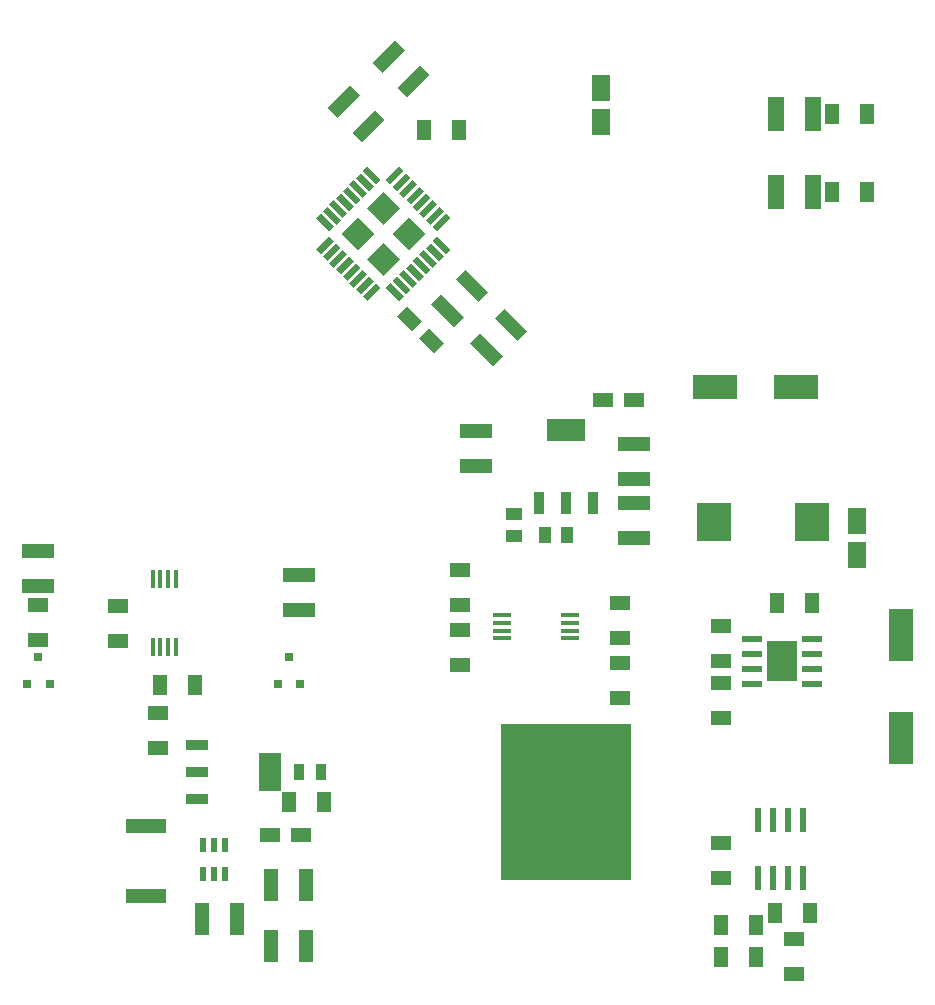
<source format=gtp>
G04 EAGLE Gerber RS-274X export*
G75*
%MOMM*%
%FSLAX34Y34*%
%LPD*%
%INSolderpaste Top*%
%IPPOS*%
%AMOC8*
5,1,8,0,0,1.08239X$1,22.5*%
G01*
G04 Define Apertures*
%ADD10R,2.115300X4.415700*%
%ADD11R,1.795500X1.188700*%
%ADD12R,2.715300X1.164600*%
%ADD13R,3.763600X2.115300*%
%ADD14R,1.164600X1.815300*%
%ADD15R,1.503600X2.237600*%
%ADD16R,3.000000X3.200000*%
%ADD17R,1.815300X1.164600*%
%ADD18R,1.031200X1.420200*%
%ADD19R,1.420200X1.031200*%
%ADD20R,1.800000X0.601500*%
%ADD21R,2.620000X3.400000*%
%ADD22R,0.934500X1.826500*%
%ADD23R,3.191500X1.826500*%
%ADD24R,1.164600X2.715300*%
%ADD25R,1.400000X3.000000*%
%ADD26R,1.600800X0.550000*%
%ADD27R,2.000000X2.000000*%
%ADD28R,1.826500X0.934500*%
%ADD29R,1.826500X3.191500*%
%ADD30R,0.595000X1.260500*%
%ADD31R,3.370200X1.231200*%
%ADD32R,0.410300X1.573100*%
%ADD33R,0.650000X0.800000*%
%ADD34R,11.000000X13.250000*%
%ADD35R,1.573100X0.410300*%
%ADD36R,0.916600X1.366600*%
%ADD37R,0.601500X2.100000*%
D10*
X803910Y399127D03*
X803910Y312073D03*
D11*
X552051Y598170D03*
X578249Y598170D03*
D12*
X444500Y572284D03*
X444500Y542776D03*
X577850Y531346D03*
X577850Y560854D03*
X577850Y511324D03*
X577850Y481816D03*
D13*
X646461Y609600D03*
X714979Y609600D03*
D14*
X698986Y426720D03*
X728494Y426720D03*
D15*
X767080Y495800D03*
X767080Y466860D03*
D16*
X728430Y495300D03*
X645710Y495300D03*
D17*
X651510Y377676D03*
X651510Y407184D03*
X651510Y329416D03*
X651510Y358924D03*
D18*
X502615Y483870D03*
X521005Y483870D03*
D19*
X476250Y501955D03*
X476250Y483565D03*
D20*
X678080Y396240D03*
X678080Y383540D03*
X678080Y370840D03*
X678080Y358140D03*
X729080Y358140D03*
X729080Y370840D03*
X729080Y383540D03*
X729080Y396240D03*
D21*
X703580Y377190D03*
D22*
X497700Y511367D03*
X520700Y511367D03*
X543700Y511367D03*
D23*
X520700Y573213D03*
D17*
X713740Y112246D03*
X713740Y141754D03*
D24*
G36*
X433814Y668615D02*
X425579Y660380D01*
X406380Y679579D01*
X414615Y687814D01*
X433814Y668615D01*
G37*
G36*
X454680Y689481D02*
X446445Y681246D01*
X427246Y700445D01*
X435481Y708680D01*
X454680Y689481D01*
G37*
G36*
X466834Y635595D02*
X458599Y627360D01*
X439400Y646559D01*
X447635Y654794D01*
X466834Y635595D01*
G37*
G36*
X487700Y656461D02*
X479465Y648226D01*
X460266Y667425D01*
X468501Y675660D01*
X487700Y656461D01*
G37*
G36*
X396915Y882124D02*
X405150Y873889D01*
X385951Y854690D01*
X377716Y862925D01*
X396915Y882124D01*
G37*
G36*
X376049Y902990D02*
X384284Y894755D01*
X365085Y875556D01*
X356850Y883791D01*
X376049Y902990D01*
G37*
G36*
X358815Y844024D02*
X367050Y835789D01*
X347851Y816590D01*
X339616Y824825D01*
X358815Y844024D01*
G37*
G36*
X337949Y864890D02*
X346184Y856655D01*
X326985Y837456D01*
X318750Y845691D01*
X337949Y864890D01*
G37*
D11*
G36*
X390393Y656572D02*
X377698Y669267D01*
X386103Y677672D01*
X398798Y664977D01*
X390393Y656572D01*
G37*
G36*
X408917Y638048D02*
X396222Y650743D01*
X404627Y659148D01*
X417322Y646453D01*
X408917Y638048D01*
G37*
D15*
X549910Y833890D03*
X549910Y862830D03*
D25*
X698292Y840740D03*
X729188Y840740D03*
D14*
X745976Y840740D03*
X775484Y840740D03*
D25*
X698292Y774700D03*
X729188Y774700D03*
D14*
X745976Y774700D03*
X775484Y774700D03*
D26*
G36*
X359708Y780901D02*
X348389Y792220D01*
X352278Y796109D01*
X363597Y784790D01*
X359708Y780901D01*
G37*
G36*
X354051Y775244D02*
X342732Y786563D01*
X346621Y790452D01*
X357940Y779133D01*
X354051Y775244D01*
G37*
G36*
X348394Y769588D02*
X337075Y780907D01*
X340964Y784796D01*
X352283Y773477D01*
X348394Y769588D01*
G37*
G36*
X342737Y763931D02*
X331418Y775250D01*
X335307Y779139D01*
X346626Y767820D01*
X342737Y763931D01*
G37*
G36*
X337080Y758274D02*
X325761Y769593D01*
X329650Y773482D01*
X340969Y762163D01*
X337080Y758274D01*
G37*
G36*
X331423Y752617D02*
X320104Y763936D01*
X323993Y767825D01*
X335312Y756506D01*
X331423Y752617D01*
G37*
G36*
X325767Y746960D02*
X314448Y758279D01*
X318337Y762168D01*
X329656Y750849D01*
X325767Y746960D01*
G37*
G36*
X320110Y741303D02*
X308791Y752622D01*
X312680Y756511D01*
X323999Y745192D01*
X320110Y741303D01*
G37*
G36*
X323999Y733088D02*
X312680Y721769D01*
X308791Y725658D01*
X320110Y736977D01*
X323999Y733088D01*
G37*
G36*
X329656Y727431D02*
X318337Y716112D01*
X314448Y720001D01*
X325767Y731320D01*
X329656Y727431D01*
G37*
G36*
X335312Y721774D02*
X323993Y710455D01*
X320104Y714344D01*
X331423Y725663D01*
X335312Y721774D01*
G37*
G36*
X340969Y716117D02*
X329650Y704798D01*
X325761Y708687D01*
X337080Y720006D01*
X340969Y716117D01*
G37*
G36*
X346626Y710460D02*
X335307Y699141D01*
X331418Y703030D01*
X342737Y714349D01*
X346626Y710460D01*
G37*
G36*
X352283Y704803D02*
X340964Y693484D01*
X337075Y697373D01*
X348394Y708692D01*
X352283Y704803D01*
G37*
G36*
X357940Y699147D02*
X346621Y687828D01*
X342732Y691717D01*
X354051Y703036D01*
X357940Y699147D01*
G37*
G36*
X363597Y693490D02*
X352278Y682171D01*
X348389Y686060D01*
X359708Y697379D01*
X363597Y693490D01*
G37*
G36*
X379242Y682171D02*
X367923Y693490D01*
X371812Y697379D01*
X383131Y686060D01*
X379242Y682171D01*
G37*
G36*
X384899Y687828D02*
X373580Y699147D01*
X377469Y703036D01*
X388788Y691717D01*
X384899Y687828D01*
G37*
G36*
X390556Y693484D02*
X379237Y704803D01*
X383126Y708692D01*
X394445Y697373D01*
X390556Y693484D01*
G37*
G36*
X396213Y699141D02*
X384894Y710460D01*
X388783Y714349D01*
X400102Y703030D01*
X396213Y699141D01*
G37*
G36*
X401870Y704798D02*
X390551Y716117D01*
X394440Y720006D01*
X405759Y708687D01*
X401870Y704798D01*
G37*
G36*
X407527Y710455D02*
X396208Y721774D01*
X400097Y725663D01*
X411416Y714344D01*
X407527Y710455D01*
G37*
G36*
X413183Y716112D02*
X401864Y727431D01*
X405753Y731320D01*
X417072Y720001D01*
X413183Y716112D01*
G37*
G36*
X418840Y721769D02*
X407521Y733088D01*
X411410Y736977D01*
X422729Y725658D01*
X418840Y721769D01*
G37*
G36*
X422729Y752622D02*
X411410Y741303D01*
X407521Y745192D01*
X418840Y756511D01*
X422729Y752622D01*
G37*
G36*
X417072Y758279D02*
X405753Y746960D01*
X401864Y750849D01*
X413183Y762168D01*
X417072Y758279D01*
G37*
G36*
X411416Y763936D02*
X400097Y752617D01*
X396208Y756506D01*
X407527Y767825D01*
X411416Y763936D01*
G37*
G36*
X405759Y769593D02*
X394440Y758274D01*
X390551Y762163D01*
X401870Y773482D01*
X405759Y769593D01*
G37*
G36*
X400102Y775250D02*
X388783Y763931D01*
X384894Y767820D01*
X396213Y779139D01*
X400102Y775250D01*
G37*
G36*
X394445Y780907D02*
X383126Y769588D01*
X379237Y773477D01*
X390556Y784796D01*
X394445Y780907D01*
G37*
G36*
X388788Y786563D02*
X377469Y775244D01*
X373580Y779133D01*
X384899Y790452D01*
X388788Y786563D01*
G37*
G36*
X383131Y792220D02*
X371812Y780901D01*
X367923Y784790D01*
X379242Y796109D01*
X383131Y792220D01*
G37*
D27*
G36*
X365760Y746551D02*
X351618Y760693D01*
X365760Y774835D01*
X379902Y760693D01*
X365760Y746551D01*
G37*
G36*
X387313Y724998D02*
X373171Y739140D01*
X387313Y753282D01*
X401455Y739140D01*
X387313Y724998D01*
G37*
G36*
X365760Y703445D02*
X351618Y717587D01*
X365760Y731729D01*
X379902Y717587D01*
X365760Y703445D01*
G37*
G36*
X344207Y724998D02*
X330065Y739140D01*
X344207Y753282D01*
X358349Y739140D01*
X344207Y724998D01*
G37*
D28*
X207837Y306210D03*
X207837Y283210D03*
X207837Y260210D03*
D29*
X269683Y283210D03*
D24*
X270996Y135890D03*
X300504Y135890D03*
X270996Y187960D03*
X300504Y187960D03*
D11*
X270111Y229870D03*
X296309Y229870D03*
D14*
X430044Y826770D03*
X400536Y826770D03*
D30*
X231750Y221831D03*
X222250Y221831D03*
X212750Y221831D03*
X212750Y197269D03*
X222250Y197269D03*
X231750Y197269D03*
D31*
X165100Y237975D03*
X165100Y178585D03*
D32*
X190090Y446548D03*
X183590Y446548D03*
X177090Y446548D03*
X170590Y446548D03*
X170590Y389112D03*
X177090Y389112D03*
X183590Y389112D03*
X190090Y389112D03*
D17*
X175260Y333524D03*
X175260Y304016D03*
D14*
X177016Y356870D03*
X206524Y356870D03*
D17*
X140970Y394186D03*
X140970Y423694D03*
D33*
X64160Y357983D03*
X83160Y357983D03*
X73660Y380397D03*
X276250Y357983D03*
X295250Y357983D03*
X285750Y380397D03*
D24*
X242084Y158750D03*
X212576Y158750D03*
D34*
X520700Y258200D03*
D35*
X466582Y416150D03*
X466582Y409650D03*
X466582Y403150D03*
X466582Y396650D03*
X524018Y396650D03*
X524018Y403150D03*
X524018Y409650D03*
X524018Y416150D03*
D17*
X430530Y424666D03*
X430530Y454174D03*
X430530Y373866D03*
X430530Y403374D03*
X566420Y375434D03*
X566420Y345926D03*
X566420Y426234D03*
X566420Y396726D03*
D12*
X294640Y420856D03*
X294640Y450364D03*
D17*
X73660Y395456D03*
X73660Y424964D03*
D12*
X73660Y441176D03*
X73660Y470684D03*
D36*
X294030Y283210D03*
X313030Y283210D03*
D14*
X286236Y257810D03*
X315744Y257810D03*
D37*
X683260Y193704D03*
X695960Y193704D03*
X708660Y193704D03*
X721360Y193704D03*
X721360Y243176D03*
X708660Y243176D03*
X695960Y243176D03*
X683260Y243176D03*
D14*
X727224Y163830D03*
X697716Y163830D03*
X651996Y127000D03*
X681504Y127000D03*
X681504Y153670D03*
X651996Y153670D03*
D17*
X651510Y193526D03*
X651510Y223034D03*
M02*

</source>
